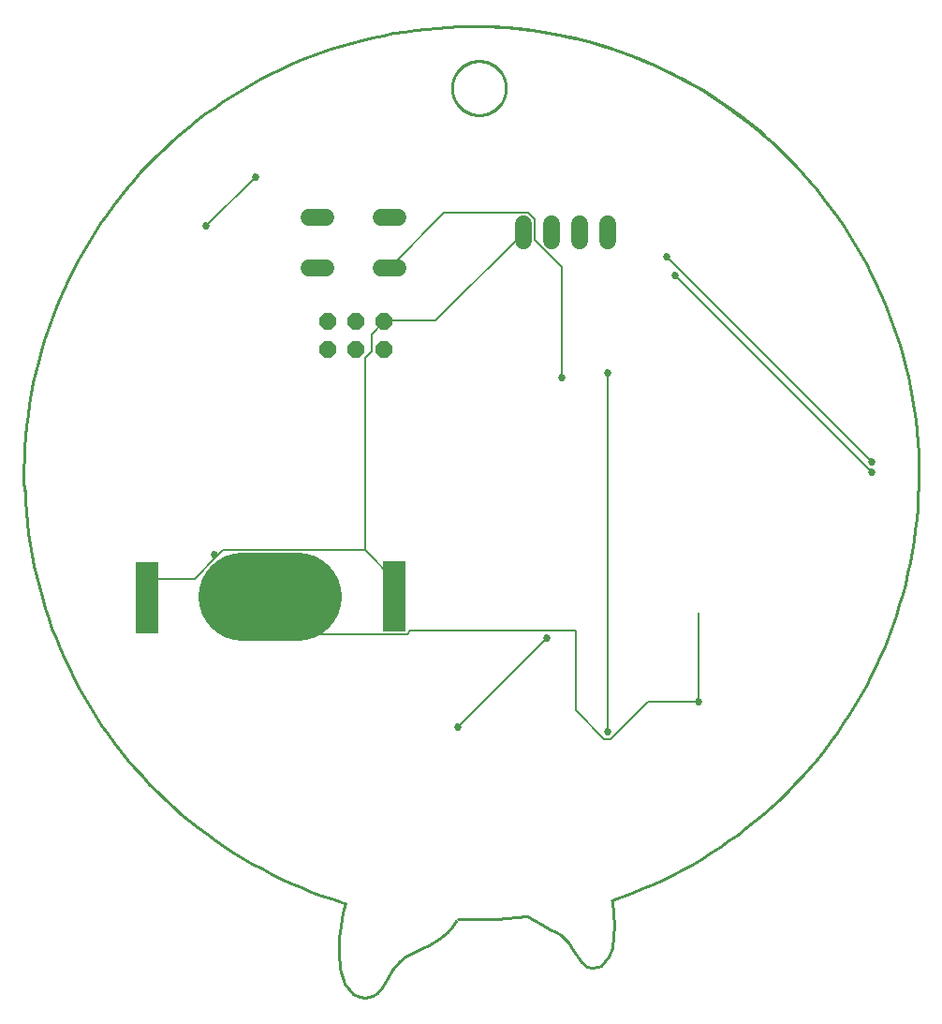
<source format=gbl>
G75*
%MOIN*%
%OFA0B0*%
%FSLAX25Y25*%
%IPPOS*%
%LPD*%
%AMOC8*
5,1,8,0,0,1.08239X$1,22.5*
%
%ADD10C,0.01000*%
%ADD11OC8,0.06000*%
%ADD12C,0.06000*%
%ADD13R,0.08000X0.12500*%
%ADD14C,0.31496*%
%ADD15C,0.00600*%
%ADD16C,0.02700*%
D10*
X0125829Y0017395D02*
X0124106Y0022562D01*
X0123614Y0028714D01*
X0123860Y0033635D01*
X0124352Y0038064D01*
X0125090Y0042739D01*
X0126075Y0046184D01*
X0125336Y0046184D01*
X0145268Y0025269D02*
X0147482Y0026991D01*
X0149943Y0028468D01*
X0153388Y0030190D01*
X0155848Y0031174D01*
X0159293Y0033389D01*
X0162246Y0035604D01*
X0164214Y0037818D01*
X0165445Y0039787D01*
X0145268Y0025269D02*
X0142807Y0022316D01*
X0141085Y0019363D01*
X0139116Y0015919D01*
X0137394Y0014196D01*
X0135671Y0012966D01*
X0133210Y0012228D01*
X0130996Y0012720D01*
X0128781Y0013704D01*
X0125829Y0017395D01*
X0190789Y0041263D02*
X0193004Y0040033D01*
X0195957Y0038310D01*
X0198663Y0036834D01*
X0201124Y0035604D01*
X0202846Y0034619D01*
X0205553Y0031913D01*
X0207029Y0029452D01*
X0209982Y0025023D01*
X0211951Y0023546D01*
X0213673Y0023054D01*
X0216134Y0023546D01*
X0217118Y0023793D01*
X0219579Y0026991D01*
X0221055Y0030190D01*
X0221547Y0034373D01*
X0221793Y0038064D01*
X0221547Y0042247D01*
X0221055Y0047169D01*
X0274943Y0319560D02*
X0272010Y0322021D01*
X0269019Y0324411D01*
X0265972Y0326729D01*
X0262869Y0328973D01*
X0259715Y0331142D01*
X0256509Y0333235D01*
X0253253Y0335251D01*
X0249951Y0337188D01*
X0246603Y0339045D01*
X0243211Y0340822D01*
X0239778Y0342517D01*
X0236306Y0344129D01*
X0232795Y0345657D01*
X0229250Y0347102D01*
X0225670Y0348460D01*
X0222059Y0349733D01*
X0218419Y0350919D01*
X0214751Y0352017D01*
X0211058Y0353027D01*
X0207342Y0353949D01*
X0203605Y0354781D01*
X0199849Y0355523D01*
X0196076Y0356176D01*
X0192289Y0356737D01*
X0188489Y0357208D01*
X0184679Y0357588D01*
X0180862Y0357877D01*
X0177038Y0358073D01*
X0173211Y0358179D01*
X0169382Y0358192D01*
X0163956Y0336046D02*
X0163959Y0336282D01*
X0163968Y0336517D01*
X0163982Y0336753D01*
X0164002Y0336988D01*
X0164028Y0337222D01*
X0164060Y0337456D01*
X0164097Y0337689D01*
X0164141Y0337921D01*
X0164189Y0338151D01*
X0164244Y0338381D01*
X0164304Y0338609D01*
X0164370Y0338835D01*
X0164441Y0339060D01*
X0164518Y0339283D01*
X0164600Y0339504D01*
X0164687Y0339723D01*
X0164780Y0339940D01*
X0164879Y0340154D01*
X0164982Y0340366D01*
X0165091Y0340576D01*
X0165204Y0340782D01*
X0165323Y0340986D01*
X0165447Y0341187D01*
X0165575Y0341384D01*
X0165709Y0341579D01*
X0165847Y0341770D01*
X0165990Y0341958D01*
X0166137Y0342142D01*
X0166289Y0342322D01*
X0166445Y0342499D01*
X0166606Y0342672D01*
X0166770Y0342841D01*
X0166939Y0343005D01*
X0167112Y0343166D01*
X0167289Y0343322D01*
X0167469Y0343474D01*
X0167653Y0343621D01*
X0167841Y0343764D01*
X0168032Y0343902D01*
X0168227Y0344036D01*
X0168424Y0344164D01*
X0168625Y0344288D01*
X0168829Y0344407D01*
X0169035Y0344520D01*
X0169245Y0344629D01*
X0169457Y0344732D01*
X0169671Y0344831D01*
X0169888Y0344924D01*
X0170107Y0345011D01*
X0170328Y0345093D01*
X0170551Y0345170D01*
X0170776Y0345241D01*
X0171002Y0345307D01*
X0171230Y0345367D01*
X0171460Y0345422D01*
X0171690Y0345470D01*
X0171922Y0345514D01*
X0172155Y0345551D01*
X0172389Y0345583D01*
X0172623Y0345609D01*
X0172858Y0345629D01*
X0173094Y0345643D01*
X0173329Y0345652D01*
X0173565Y0345655D01*
X0173801Y0345652D01*
X0174036Y0345643D01*
X0174272Y0345629D01*
X0174507Y0345609D01*
X0174741Y0345583D01*
X0174975Y0345551D01*
X0175208Y0345514D01*
X0175440Y0345470D01*
X0175670Y0345422D01*
X0175900Y0345367D01*
X0176128Y0345307D01*
X0176354Y0345241D01*
X0176579Y0345170D01*
X0176802Y0345093D01*
X0177023Y0345011D01*
X0177242Y0344924D01*
X0177459Y0344831D01*
X0177673Y0344732D01*
X0177885Y0344629D01*
X0178095Y0344520D01*
X0178301Y0344407D01*
X0178505Y0344288D01*
X0178706Y0344164D01*
X0178903Y0344036D01*
X0179098Y0343902D01*
X0179289Y0343764D01*
X0179477Y0343621D01*
X0179661Y0343474D01*
X0179841Y0343322D01*
X0180018Y0343166D01*
X0180191Y0343005D01*
X0180360Y0342841D01*
X0180524Y0342672D01*
X0180685Y0342499D01*
X0180841Y0342322D01*
X0180993Y0342142D01*
X0181140Y0341958D01*
X0181283Y0341770D01*
X0181421Y0341579D01*
X0181555Y0341384D01*
X0181683Y0341187D01*
X0181807Y0340986D01*
X0181926Y0340782D01*
X0182039Y0340576D01*
X0182148Y0340366D01*
X0182251Y0340154D01*
X0182350Y0339940D01*
X0182443Y0339723D01*
X0182530Y0339504D01*
X0182612Y0339283D01*
X0182689Y0339060D01*
X0182760Y0338835D01*
X0182826Y0338609D01*
X0182886Y0338381D01*
X0182941Y0338151D01*
X0182989Y0337921D01*
X0183033Y0337689D01*
X0183070Y0337456D01*
X0183102Y0337222D01*
X0183128Y0336988D01*
X0183148Y0336753D01*
X0183162Y0336517D01*
X0183171Y0336282D01*
X0183174Y0336046D01*
X0183171Y0335810D01*
X0183162Y0335575D01*
X0183148Y0335339D01*
X0183128Y0335104D01*
X0183102Y0334870D01*
X0183070Y0334636D01*
X0183033Y0334403D01*
X0182989Y0334171D01*
X0182941Y0333941D01*
X0182886Y0333711D01*
X0182826Y0333483D01*
X0182760Y0333257D01*
X0182689Y0333032D01*
X0182612Y0332809D01*
X0182530Y0332588D01*
X0182443Y0332369D01*
X0182350Y0332152D01*
X0182251Y0331938D01*
X0182148Y0331726D01*
X0182039Y0331516D01*
X0181926Y0331310D01*
X0181807Y0331106D01*
X0181683Y0330905D01*
X0181555Y0330708D01*
X0181421Y0330513D01*
X0181283Y0330322D01*
X0181140Y0330134D01*
X0180993Y0329950D01*
X0180841Y0329770D01*
X0180685Y0329593D01*
X0180524Y0329420D01*
X0180360Y0329251D01*
X0180191Y0329087D01*
X0180018Y0328926D01*
X0179841Y0328770D01*
X0179661Y0328618D01*
X0179477Y0328471D01*
X0179289Y0328328D01*
X0179098Y0328190D01*
X0178903Y0328056D01*
X0178706Y0327928D01*
X0178505Y0327804D01*
X0178301Y0327685D01*
X0178095Y0327572D01*
X0177885Y0327463D01*
X0177673Y0327360D01*
X0177459Y0327261D01*
X0177242Y0327168D01*
X0177023Y0327081D01*
X0176802Y0326999D01*
X0176579Y0326922D01*
X0176354Y0326851D01*
X0176128Y0326785D01*
X0175900Y0326725D01*
X0175670Y0326670D01*
X0175440Y0326622D01*
X0175208Y0326578D01*
X0174975Y0326541D01*
X0174741Y0326509D01*
X0174507Y0326483D01*
X0174272Y0326463D01*
X0174036Y0326449D01*
X0173801Y0326440D01*
X0173565Y0326437D01*
X0173329Y0326440D01*
X0173094Y0326449D01*
X0172858Y0326463D01*
X0172623Y0326483D01*
X0172389Y0326509D01*
X0172155Y0326541D01*
X0171922Y0326578D01*
X0171690Y0326622D01*
X0171460Y0326670D01*
X0171230Y0326725D01*
X0171002Y0326785D01*
X0170776Y0326851D01*
X0170551Y0326922D01*
X0170328Y0326999D01*
X0170107Y0327081D01*
X0169888Y0327168D01*
X0169671Y0327261D01*
X0169457Y0327360D01*
X0169245Y0327463D01*
X0169035Y0327572D01*
X0168829Y0327685D01*
X0168625Y0327804D01*
X0168424Y0327928D01*
X0168227Y0328056D01*
X0168032Y0328190D01*
X0167841Y0328328D01*
X0167653Y0328471D01*
X0167469Y0328618D01*
X0167289Y0328770D01*
X0167112Y0328926D01*
X0166939Y0329087D01*
X0166770Y0329251D01*
X0166606Y0329420D01*
X0166445Y0329593D01*
X0166289Y0329770D01*
X0166137Y0329950D01*
X0165990Y0330134D01*
X0165847Y0330322D01*
X0165709Y0330513D01*
X0165575Y0330708D01*
X0165447Y0330905D01*
X0165323Y0331106D01*
X0165204Y0331310D01*
X0165091Y0331516D01*
X0164982Y0331726D01*
X0164879Y0331938D01*
X0164780Y0332152D01*
X0164687Y0332369D01*
X0164600Y0332588D01*
X0164518Y0332809D01*
X0164441Y0333032D01*
X0164370Y0333257D01*
X0164304Y0333483D01*
X0164244Y0333711D01*
X0164189Y0333941D01*
X0164141Y0334171D01*
X0164097Y0334403D01*
X0164060Y0334636D01*
X0164028Y0334870D01*
X0164002Y0335104D01*
X0163982Y0335339D01*
X0163968Y0335575D01*
X0163959Y0335810D01*
X0163956Y0336046D01*
X0190543Y0041510D02*
X0187044Y0041101D01*
X0183537Y0040769D01*
X0180023Y0040515D01*
X0176504Y0040339D01*
X0172983Y0040241D01*
X0169460Y0040221D01*
X0165937Y0040280D01*
X0220809Y0047169D02*
X0224504Y0048447D01*
X0228165Y0049814D01*
X0231792Y0051272D01*
X0235383Y0052817D01*
X0238934Y0054451D01*
X0242445Y0056170D01*
X0245912Y0057975D01*
X0249334Y0059865D01*
X0252708Y0061837D01*
X0256034Y0063892D01*
X0259308Y0066028D01*
X0262528Y0068243D01*
X0265694Y0070536D01*
X0268802Y0072907D01*
X0271852Y0075352D01*
X0274840Y0077872D01*
X0277766Y0080464D01*
X0280628Y0083127D01*
X0283423Y0085859D01*
X0286151Y0088659D01*
X0288809Y0091525D01*
X0291397Y0094455D01*
X0293912Y0097447D01*
X0296352Y0100501D01*
X0298718Y0103613D01*
X0301006Y0106782D01*
X0303216Y0110006D01*
X0305346Y0113283D01*
X0307396Y0116612D01*
X0309363Y0119990D01*
X0311247Y0123415D01*
X0313047Y0126885D01*
X0314761Y0130398D01*
X0316388Y0133952D01*
X0317928Y0137545D01*
X0319379Y0141174D01*
X0320742Y0144838D01*
X0322014Y0148534D01*
X0323195Y0152261D01*
X0324284Y0156015D01*
X0325281Y0159794D01*
X0326185Y0163597D01*
X0326996Y0167421D01*
X0327713Y0171264D01*
X0328336Y0175123D01*
X0328864Y0178996D01*
X0329297Y0182881D01*
X0329634Y0186775D01*
X0329877Y0190677D01*
X0330023Y0194583D01*
X0330074Y0198491D01*
X0330029Y0202400D01*
X0329888Y0206306D01*
X0329652Y0210208D01*
X0329320Y0214103D01*
X0328893Y0217989D01*
X0328371Y0221863D01*
X0327754Y0225723D01*
X0327043Y0229566D01*
X0326238Y0233391D01*
X0325339Y0237196D01*
X0324348Y0240977D01*
X0323264Y0244732D01*
X0322088Y0248460D01*
X0320822Y0252158D01*
X0319465Y0255824D01*
X0318019Y0259456D01*
X0316485Y0263051D01*
X0314863Y0266608D01*
X0313154Y0270123D01*
X0311360Y0273596D01*
X0309481Y0277024D01*
X0307518Y0280405D01*
X0305474Y0283736D01*
X0303349Y0287017D01*
X0301143Y0290244D01*
X0298860Y0293417D01*
X0296499Y0296533D01*
X0294063Y0299590D01*
X0291553Y0302586D01*
X0288970Y0305520D01*
X0286316Y0308390D01*
X0283592Y0311194D01*
X0280801Y0313930D01*
X0277943Y0316597D01*
X0275021Y0319194D01*
X0272036Y0321718D01*
X0268991Y0324168D01*
X0265886Y0326543D01*
X0262724Y0328841D01*
X0259506Y0331061D01*
X0256236Y0333201D01*
X0252913Y0335261D01*
X0249542Y0337239D01*
X0246123Y0339134D01*
X0242658Y0340944D01*
X0239150Y0342669D01*
X0235601Y0344307D01*
X0232013Y0345858D01*
X0228388Y0347321D01*
X0224729Y0348694D01*
X0221036Y0349978D01*
X0217314Y0351170D01*
X0213563Y0352271D01*
X0209787Y0353280D01*
X0205987Y0354196D01*
X0202165Y0355019D01*
X0198325Y0355748D01*
X0194468Y0356383D01*
X0190596Y0356922D01*
X0186713Y0357367D01*
X0182819Y0357717D01*
X0178919Y0357971D01*
X0175013Y0358130D01*
X0171105Y0358193D01*
X0170120Y0357947D02*
X0166250Y0357890D01*
X0162382Y0357740D01*
X0158519Y0357496D01*
X0154663Y0357157D01*
X0150817Y0356725D01*
X0146982Y0356199D01*
X0143161Y0355580D01*
X0139356Y0354868D01*
X0135570Y0354064D01*
X0131805Y0353167D01*
X0128062Y0352180D01*
X0124345Y0351101D01*
X0120655Y0349933D01*
X0116994Y0348674D01*
X0113366Y0347327D01*
X0109771Y0345892D01*
X0106212Y0344370D01*
X0102691Y0342762D01*
X0099211Y0341069D01*
X0095772Y0339291D01*
X0092378Y0337430D01*
X0089031Y0335487D01*
X0085731Y0333463D01*
X0082482Y0331359D01*
X0079285Y0329177D01*
X0076143Y0326918D01*
X0073056Y0324583D01*
X0070027Y0322173D01*
X0067057Y0319690D01*
X0064149Y0317136D01*
X0061304Y0314512D01*
X0058523Y0311819D01*
X0055809Y0309059D01*
X0053163Y0306234D01*
X0050587Y0303346D01*
X0048081Y0300395D01*
X0045649Y0297384D01*
X0043290Y0294316D01*
X0041007Y0291190D01*
X0038800Y0288010D01*
X0036672Y0284777D01*
X0034623Y0281493D01*
X0032654Y0278161D01*
X0030767Y0274781D01*
X0028963Y0271356D01*
X0027243Y0267889D01*
X0025608Y0264380D01*
X0024059Y0260833D01*
X0022597Y0257250D01*
X0021222Y0253631D01*
X0019936Y0249980D01*
X0018739Y0246300D01*
X0017632Y0242591D01*
X0016616Y0238856D01*
X0015691Y0235097D01*
X0014858Y0231317D01*
X0014117Y0227518D01*
X0013468Y0223702D01*
X0012913Y0219871D01*
X0012452Y0216028D01*
X0012084Y0212175D01*
X0011810Y0208314D01*
X0011630Y0204448D01*
X0011544Y0200578D01*
X0011552Y0196708D01*
X0011655Y0192838D01*
X0011901Y0193083D02*
X0012085Y0189214D01*
X0012364Y0185351D01*
X0012736Y0181495D01*
X0013202Y0177650D01*
X0013761Y0173817D01*
X0014414Y0169999D01*
X0015159Y0166197D01*
X0015997Y0162416D01*
X0016926Y0158655D01*
X0017947Y0154919D01*
X0019058Y0151208D01*
X0020260Y0147525D01*
X0021550Y0143873D01*
X0022930Y0140253D01*
X0024397Y0136668D01*
X0025951Y0133120D01*
X0027590Y0129611D01*
X0029315Y0126143D01*
X0031124Y0122717D01*
X0033015Y0119337D01*
X0034989Y0116004D01*
X0037043Y0112719D01*
X0039176Y0109486D01*
X0041387Y0106306D01*
X0043675Y0103180D01*
X0046039Y0100111D01*
X0048476Y0097101D01*
X0050986Y0094151D01*
X0053567Y0091262D01*
X0056218Y0088438D01*
X0058937Y0085679D01*
X0061722Y0082987D01*
X0064572Y0080363D01*
X0067484Y0077810D01*
X0070459Y0075328D01*
X0073492Y0072919D01*
X0076584Y0070585D01*
X0079731Y0068327D01*
X0082932Y0066147D01*
X0086186Y0064044D01*
X0089490Y0062022D01*
X0092842Y0060081D01*
X0096240Y0058222D01*
X0099682Y0056446D01*
X0103167Y0054754D01*
X0106692Y0053148D01*
X0110255Y0051629D01*
X0113854Y0050196D01*
X0117486Y0048851D01*
X0121151Y0047596D01*
X0124845Y0046429D01*
D11*
X0129559Y0242897D03*
X0129559Y0252897D03*
X0139559Y0252897D03*
X0139559Y0242897D03*
X0119559Y0242897D03*
X0119559Y0252897D03*
D12*
X0119129Y0272127D02*
X0113129Y0272127D01*
X0113129Y0289927D02*
X0119129Y0289927D01*
X0138729Y0289927D02*
X0144729Y0289927D01*
X0144729Y0272127D02*
X0138729Y0272127D01*
X0189362Y0281806D02*
X0189362Y0287806D01*
X0199362Y0287806D02*
X0199362Y0281806D01*
X0209362Y0281806D02*
X0209362Y0287806D01*
X0219362Y0287806D02*
X0219362Y0281806D01*
D13*
X0143254Y0161444D03*
X0143254Y0148944D03*
X0055254Y0148444D03*
X0055254Y0160944D03*
D14*
X0089412Y0154944D02*
X0109096Y0154944D01*
D15*
X0099289Y0154923D02*
X0112489Y0141723D01*
X0147889Y0141723D01*
X0149089Y0142923D01*
X0207889Y0142923D01*
X0207889Y0114723D01*
X0218089Y0104523D01*
X0220489Y0104523D01*
X0233689Y0117723D01*
X0251689Y0117723D01*
X0251689Y0149523D01*
X0219289Y0106923D02*
X0219289Y0234723D01*
X0203089Y0232923D02*
X0203089Y0272523D01*
X0193489Y0282123D01*
X0193489Y0289323D01*
X0191089Y0291723D01*
X0161089Y0291723D01*
X0141889Y0272523D01*
X0141729Y0272127D01*
X0140089Y0253323D02*
X0139559Y0252897D01*
X0139489Y0252723D01*
X0135289Y0248523D01*
X0135289Y0242523D01*
X0132889Y0240123D01*
X0132889Y0171723D01*
X0143089Y0161523D01*
X0143254Y0161444D01*
X0143089Y0160923D01*
X0143089Y0149523D01*
X0143254Y0148944D01*
X0132889Y0171723D02*
X0082489Y0171723D01*
X0080089Y0169323D01*
X0079489Y0169923D01*
X0080089Y0169323D02*
X0072289Y0161523D01*
X0055489Y0161523D01*
X0055254Y0160944D01*
X0055489Y0160923D01*
X0055489Y0148923D01*
X0055254Y0148444D01*
X0099254Y0154944D02*
X0099289Y0154923D01*
X0165889Y0108723D02*
X0197689Y0140523D01*
X0158089Y0253323D02*
X0140089Y0253323D01*
X0158089Y0253323D02*
X0189289Y0284523D01*
X0189362Y0284806D01*
X0240289Y0276123D02*
X0313489Y0202923D01*
X0313489Y0199323D02*
X0243289Y0269523D01*
X0093889Y0304323D02*
X0076489Y0286923D01*
D16*
X0076489Y0286923D03*
X0093889Y0304323D03*
X0203089Y0232923D03*
X0219289Y0234723D03*
X0243289Y0269523D03*
X0240289Y0276123D03*
X0313489Y0202923D03*
X0313489Y0199323D03*
X0251689Y0117723D03*
X0219289Y0106923D03*
X0197689Y0140523D03*
X0165889Y0108723D03*
X0079489Y0169923D03*
M02*

</source>
